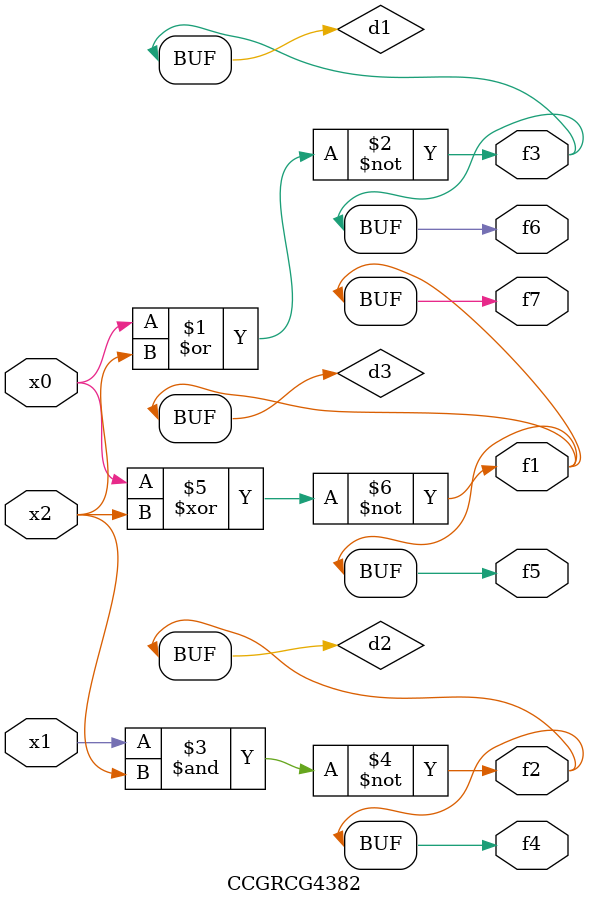
<source format=v>
module CCGRCG4382(
	input x0, x1, x2,
	output f1, f2, f3, f4, f5, f6, f7
);

	wire d1, d2, d3;

	nor (d1, x0, x2);
	nand (d2, x1, x2);
	xnor (d3, x0, x2);
	assign f1 = d3;
	assign f2 = d2;
	assign f3 = d1;
	assign f4 = d2;
	assign f5 = d3;
	assign f6 = d1;
	assign f7 = d3;
endmodule

</source>
